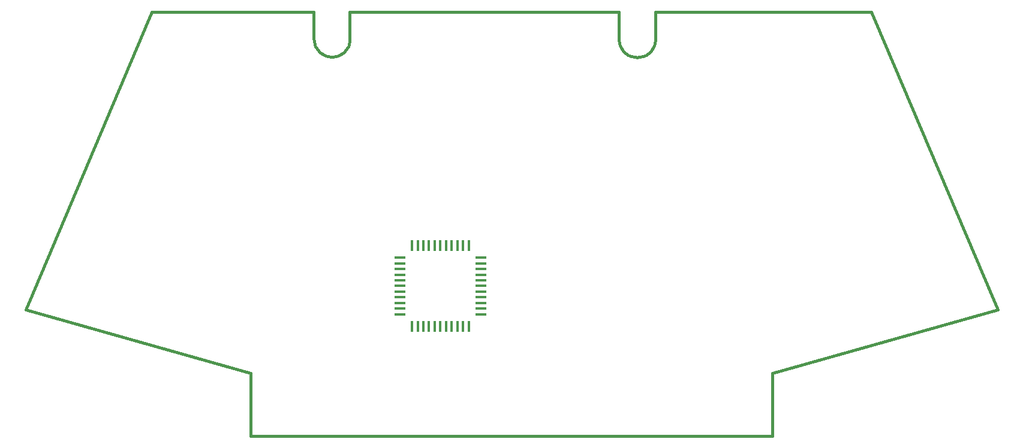
<source format=gtp>
G04 (created by PCBNEW-RS274X (20100406 SVN-R2508)-final) date 9/22/2010 8:11:36 PM*
G01*
G70*
G90*
%MOIN*%
G04 Gerber Fmt 3.4, Leading zero omitted, Abs format*
%FSLAX34Y34*%
G04 APERTURE LIST*
%ADD10C,0.006000*%
%ADD11C,0.015000*%
%ADD12R,0.016000X0.060000*%
%ADD13R,0.060000X0.016000*%
G04 APERTURE END LIST*
G54D10*
G54D11*
X47621Y-34111D02*
X62578Y-34111D01*
X64588Y-34111D02*
X65914Y-34111D01*
X65588Y-34110D02*
X67788Y-34110D01*
X36610Y-34110D02*
X45620Y-34110D01*
X45620Y-34110D02*
X45620Y-35610D01*
X45620Y-35610D02*
X45624Y-35697D01*
X45636Y-35783D01*
X45655Y-35868D01*
X45681Y-35952D01*
X45714Y-36032D01*
X45754Y-36109D01*
X45801Y-36183D01*
X45854Y-36252D01*
X45913Y-36317D01*
X45978Y-36376D01*
X46047Y-36429D01*
X46121Y-36476D01*
X46198Y-36516D01*
X46278Y-36549D01*
X46362Y-36575D01*
X46447Y-36594D01*
X46533Y-36606D01*
X46620Y-36610D01*
X46620Y-36610D02*
X46707Y-36606D01*
X46793Y-36594D01*
X46878Y-36575D01*
X46962Y-36549D01*
X47042Y-36516D01*
X47120Y-36476D01*
X47193Y-36429D01*
X47262Y-36376D01*
X47327Y-36317D01*
X47386Y-36252D01*
X47439Y-36183D01*
X47486Y-36109D01*
X47526Y-36032D01*
X47559Y-35952D01*
X47585Y-35868D01*
X47604Y-35783D01*
X47616Y-35697D01*
X47620Y-35610D01*
X47620Y-35610D02*
X47620Y-34110D01*
X62578Y-34110D02*
X62578Y-35610D01*
X62578Y-35630D02*
X62582Y-35717D01*
X62594Y-35803D01*
X62613Y-35888D01*
X62639Y-35972D01*
X62672Y-36052D01*
X62712Y-36129D01*
X62759Y-36203D01*
X62812Y-36272D01*
X62871Y-36337D01*
X62936Y-36396D01*
X63005Y-36449D01*
X63079Y-36496D01*
X63156Y-36536D01*
X63236Y-36569D01*
X63320Y-36595D01*
X63405Y-36614D01*
X63491Y-36626D01*
X63578Y-36630D01*
X63598Y-36630D02*
X63685Y-36626D01*
X63771Y-36614D01*
X63856Y-36595D01*
X63940Y-36569D01*
X64020Y-36536D01*
X64098Y-36496D01*
X64171Y-36449D01*
X64240Y-36396D01*
X64305Y-36337D01*
X64364Y-36272D01*
X64417Y-36203D01*
X64464Y-36129D01*
X64504Y-36052D01*
X64537Y-35972D01*
X64563Y-35888D01*
X64582Y-35803D01*
X64594Y-35717D01*
X64598Y-35630D01*
X64588Y-35629D02*
X64588Y-34129D01*
X67610Y-34110D02*
X76610Y-34110D01*
X76610Y-34110D02*
X83630Y-50690D01*
X83630Y-50690D02*
X71110Y-54210D01*
X71110Y-54210D02*
X71110Y-57710D01*
X71110Y-57710D02*
X42110Y-57710D01*
X42110Y-57710D02*
X42110Y-54210D01*
X42110Y-54210D02*
X29600Y-50690D01*
X29600Y-50690D02*
X36610Y-34110D01*
G54D12*
X52648Y-51610D03*
X52963Y-51610D03*
X53278Y-51610D03*
X53593Y-51610D03*
X53908Y-51610D03*
X54223Y-51610D03*
X52333Y-51610D03*
X52018Y-51610D03*
X51703Y-51610D03*
X51388Y-51610D03*
X51073Y-51610D03*
X52648Y-47110D03*
X52963Y-47110D03*
X53278Y-47110D03*
X53593Y-47110D03*
X53908Y-47110D03*
X54223Y-47110D03*
X52333Y-47110D03*
X52018Y-47110D03*
X51703Y-47110D03*
X51388Y-47110D03*
X51073Y-47110D03*
G54D13*
X54898Y-49360D03*
X50398Y-49360D03*
X54898Y-49045D03*
X50398Y-49045D03*
X50398Y-48730D03*
X54898Y-48730D03*
X54898Y-48415D03*
X50398Y-48415D03*
X50398Y-48100D03*
X54898Y-48100D03*
X54898Y-47785D03*
X50398Y-47785D03*
X50398Y-49675D03*
X54898Y-49675D03*
X54898Y-49990D03*
X50398Y-49990D03*
X50398Y-50305D03*
X54898Y-50305D03*
X54898Y-50620D03*
X50398Y-50620D03*
X50398Y-50935D03*
X54898Y-50935D03*
M02*

</source>
